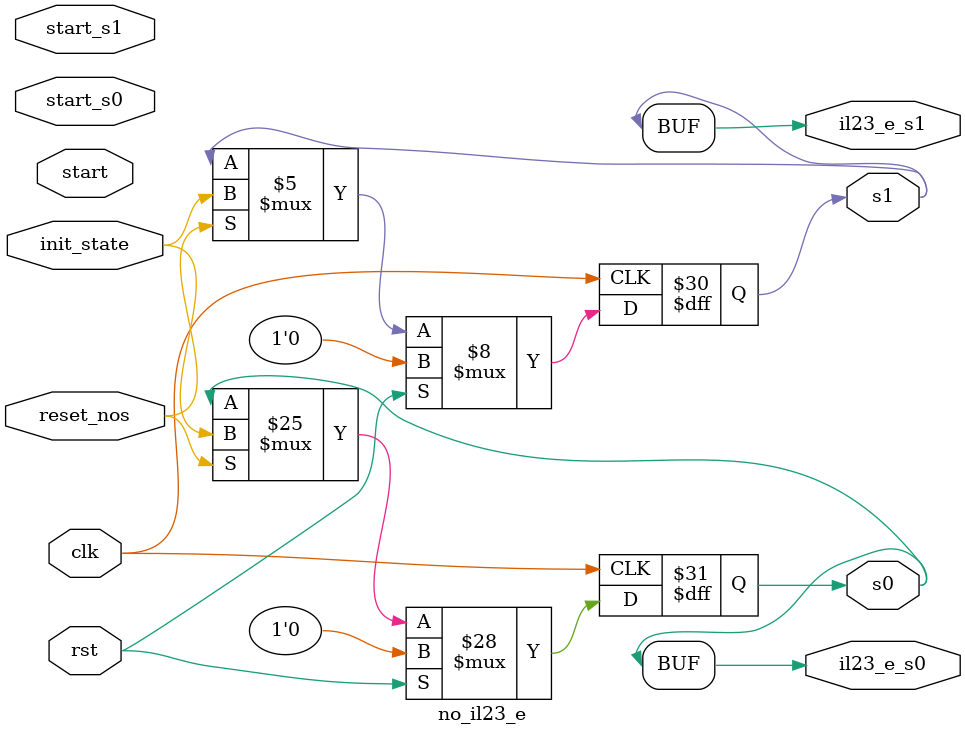
<source format=v>

module no_il23_e
(
  input clk,
  input start,
  input rst,
  input reset_nos,
  input start_s0,
  input start_s1,
  input init_state,
  output reg [1-1:0] s0,
  output reg [1-1:0] s1,
  output [1-1:0] il23_e_s0,
  output [1-1:0] il23_e_s1
);

  reg pass;

  always @(posedge clk) begin
    if(rst) begin
      s0 <= 1'd0;
      pass <= 1'b0;
    end else begin
      if(reset_nos) begin
        s0 <= init_state;
        pass <= 1;
      end else begin
        if(start_s0) begin
          if(pass) begin
            s0 <=  s0 ;
            pass <= 0;
          end else begin
            pass <= 1;
          end
        end 
      end
    end
  end


  always @(posedge clk) begin
    if(rst) begin
      s1 <= 1'd0;
    end else begin
      if(reset_nos) begin
        s1 <= init_state;
      end else begin
        if(start_s1) begin
          s1 <=  s1 ;
        end 
      end
    end
  end

  assign il23_e_s0 = s0;
  assign il23_e_s1 = s1;

endmodule

</source>
